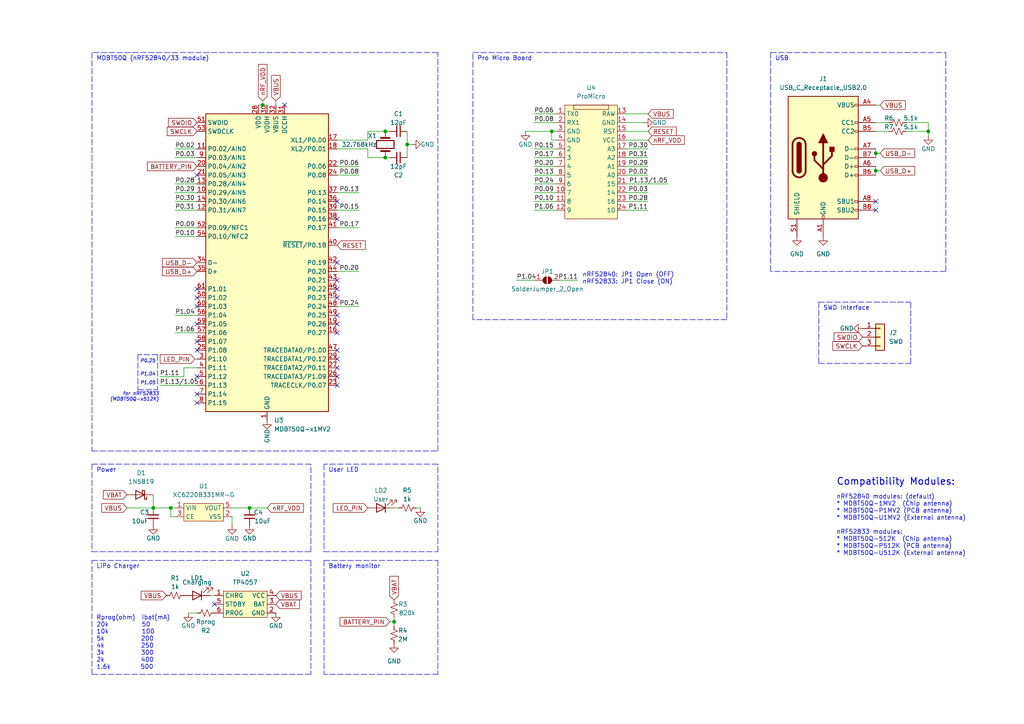
<source format=kicad_sch>
(kicad_sch (version 20211123) (generator eeschema)
  (paper "A4")
  (title_block (title "MDBTMicro-50Q") (date "2022-09-15") (rev "1.1") (comment 1 "For Raytac MDBT50Q (Nordic nRF52840/33 module)") (comment 2 "MIT License (OSHW)"))
  (lib_symbols
    (symbol "Connector:USB_C_Receptacle_USB2.0" (pin_names (offset 1.016))
      (property "Reference" "J" (at -10.16 19.05 0))
      (property "Value" "USB_C_Receptacle_USB2.0" (at 19.05 19.05 0))
      (symbol "USB_C_Receptacle_USB2.0_0_0"
        (rectangle (start -0.254 -17.78) (end 0.254 -16.764))
        (rectangle (start 10.16 -14.986) (end 9.144 -15.494))
        (rectangle (start 10.16 -12.446) (end 9.144 -12.954))
        (rectangle (start 10.16 -4.826) (end 9.144 -5.334))
        (rectangle (start 10.16 -2.286) (end 9.144 -2.794))
        (rectangle (start 10.16 0.254) (end 9.144 -0.254))
        (rectangle (start 10.16 2.794) (end 9.144 2.286))
        (rectangle (start 10.16 7.874) (end 9.144 7.366))
        (rectangle (start 10.16 10.414) (end 9.144 9.906))
        (rectangle (start 10.16 15.494) (end 9.144 14.986))
      )
      (symbol "USB_C_Receptacle_USB2.0_0_1"
        (rectangle (start -10.16 17.78) (end 10.16 -17.78) (stroke (width 0.254)) (fill (type background)))
        (arc (start -8.89 -3.81) (mid -6.985 -5.715) (end -5.08 -3.81) (stroke (width 0.508)))
        (arc (start -7.62 -3.81) (mid -6.985 -4.445) (end -6.35 -3.81) (stroke (width 0.254)))
        (arc (start -7.62 -3.81) (mid -6.985 -4.445) (end -6.35 -3.81) (stroke (width 0.254)) (fill (type outline)))
        (rectangle (start -7.62 -3.81) (end -6.35 3.81) (stroke (width 0.254)) (fill (type outline)))
        (arc (start -6.35 3.81) (mid -6.985 4.445) (end -7.62 3.81) (stroke (width 0.254)))
        (arc (start -6.35 3.81) (mid -6.985 4.445) (end -7.62 3.81) (stroke (width 0.254)) (fill (type outline)))
        (arc (start -5.08 3.81) (mid -6.985 5.715) (end -8.89 3.81) (stroke (width 0.508)))
        (circle (center -2.54 1.143) (radius 0.635) (stroke (width 0.254)) (fill (type outline)))
        (circle (center 0 -5.842) (radius 1.27) (fill (type outline)))
        (polyline (pts (xy -8.89 -3.81) (xy -8.89 3.81)) (stroke (width 0.508)))
        (polyline (pts (xy -5.08 3.81) (xy -5.08 -3.81)) (stroke (width 0.508)))
        (polyline (pts (xy 0 -5.842) (xy 0 4.318)) (stroke (width 0.508)))
        (polyline (pts (xy 0 -3.302) (xy -2.54 -0.762) (xy -2.54 0.508)) (stroke (width 0.508)))
        (polyline (pts (xy 0 -2.032) (xy 2.54 0.508) (xy 2.54 1.778)) (stroke (width 0.508)))
        (polyline (pts (xy -1.27 4.318) (xy 0 6.858) (xy 1.27 4.318) (xy -1.27 4.318)) (stroke (width 0.254)) (fill (type outline)))
        (rectangle (start 1.905 1.778) (end 3.175 3.048) (stroke (width 0.254)) (fill (type outline)))
      )
      (symbol "USB_C_Receptacle_USB2.0_1_1"
        (pin passive line (at 0 -22.86 90) (length 5.08) (name "GND") (number "A1"))
        (pin passive line (at 0 -22.86 90) (length 5.08) hide (name "GND") (number "A12"))
        (pin passive line (at 15.24 15.24 180) (length 5.08) (name "VBUS") (number "A4"))
        (pin bidirectional line (at 15.24 10.16 180) (length 5.08) (name "CC1") (number "A5"))
        (pin bidirectional line (at 15.24 -2.54 180) (length 5.08) (name "D+") (number "A6"))
        (pin bidirectional line (at 15.24 2.54 180) (length 5.08) (name "D-") (number "A7"))
        (pin bidirectional line (at 15.24 -12.7 180) (length 5.08) (name "SBU1") (number "A8"))
        (pin passive line (at 15.24 15.24 180) (length 5.08) hide (name "VBUS") (number "A9"))
        (pin passive line (at 0 -22.86 90) (length 5.08) hide (name "GND") (number "B1"))
        (pin passive line (at 0 -22.86 90) (length 5.08) hide (name "GND") (number "B12"))
        (pin passive line (at 15.24 15.24 180) (length 5.08) hide (name "VBUS") (number "B4"))
        (pin bidirectional line (at 15.24 7.62 180) (length 5.08) (name "CC2") (number "B5"))
        (pin bidirectional line (at 15.24 -5.08 180) (length 5.08) (name "D+") (number "B6"))
        (pin bidirectional line (at 15.24 0 180) (length 5.08) (name "D-") (number "B7"))
        (pin bidirectional line (at 15.24 -15.24 180) (length 5.08) (name "SBU2") (number "B8"))
        (pin passive line (at 15.24 15.24 180) (length 5.08) hide (name "VBUS") (number "B9"))
        (pin passive line (at -7.62 -22.86 90) (length 5.08) (name "SHIELD") (number "S1"))
      )
    )
    (symbol "Connector_Generic:Conn_01x03" (pin_names (offset 1.016) hide)
      (property "Reference" "J" (at 0 5.08 0))
      (property "Value" "Conn_01x03" (at 0 -5.08 0))
      (symbol "Conn_01x03_1_1"
        (rectangle (start -1.27 -2.413) (end 0 -2.667) (stroke (width 0.1524)))
        (rectangle (start -1.27 0.127) (end 0 -0.127) (stroke (width 0.1524)))
        (rectangle (start -1.27 2.667) (end 0 2.413) (stroke (width 0.1524)))
        (rectangle (start -1.27 3.81) (end 1.27 -3.81) (stroke (width 0.254)) (fill (type background)))
        (pin passive line (at -5.08 2.54 0) (length 3.81) (name "Pin_1") (number "1"))
        (pin passive line (at -5.08 0 0) (length 3.81) (name "Pin_2") (number "2"))
        (pin passive line (at -5.08 -2.54 0) (length 3.81) (name "Pin_3") (number "3"))
      )
    )
    (symbol "Device:C_Small" (pin_numbers hide) (pin_names (offset 0.254) hide)
      (property "Reference" "C" (at 0.254 1.778 0))
      (property "Value" "C_Small" (at 0.254 -2.032 0))
      (symbol "C_Small_0_1"
        (polyline (pts (xy -1.524 -0.508) (xy 1.524 -0.508)) (stroke (width 0.3302)))
        (polyline (pts (xy -1.524 0.508) (xy 1.524 0.508)) (stroke (width 0.3048)))
      )
      (symbol "C_Small_1_1"
        (pin passive line (at 0 2.54 270) (length 2.032) (name "~") (number "1"))
        (pin passive line (at 0 -2.54 90) (length 2.032) (name "~") (number "2"))
      )
    )
    (symbol "Device:Crystal" (pin_numbers hide) (pin_names (offset 1.016) hide)
      (property "Reference" "Y" (at 0 3.81 0))
      (property "Value" "Crystal" (at 0 -3.81 0))
      (symbol "Crystal_0_1"
        (rectangle (start -1.143 2.54) (end 1.143 -2.54) (stroke (width 0.3048)))
        (polyline (pts (xy -2.54 0) (xy -1.905 0)))
        (polyline (pts (xy -1.905 -1.27) (xy -1.905 1.27)) (stroke (width 0.508)))
        (polyline (pts (xy 1.905 -1.27) (xy 1.905 1.27)) (stroke (width 0.508)))
        (polyline (pts (xy 2.54 0) (xy 1.905 0)))
      )
      (symbol "Crystal_1_1"
        (pin passive line (at -3.81 0 0) (length 1.27) (name "1") (number "1"))
        (pin passive line (at 3.81 0 180) (length 1.27) (name "2") (number "2"))
      )
    )
    (symbol "Device:LED" (pin_numbers hide) (pin_names (offset 1.016) hide)
      (property "Reference" "D" (at 0 2.54 0))
      (property "Value" "LED" (at 0 -2.54 0))
      (symbol "LED_0_1"
        (polyline (pts (xy -1.27 -1.27) (xy -1.27 1.27)) (stroke (width 0.254)))
        (polyline (pts (xy -1.27 0) (xy 1.27 0)))
        (polyline (pts (xy 1.27 -1.27) (xy 1.27 1.27) (xy -1.27 0) (xy 1.27 -1.27)) (stroke (width 0.254)))
        (polyline (pts (xy -3.048 -0.762) (xy -4.572 -2.286) (xy -3.81 -2.286) (xy -4.572 -2.286) (xy -4.572 -1.524)))
        (polyline (pts (xy -1.778 -0.762) (xy -3.302 -2.286) (xy -2.54 -2.286) (xy -3.302 -2.286) (xy -3.302 -1.524)))
      )
      (symbol "LED_1_1"
        (pin passive line (at -3.81 0 0) (length 2.54) (name "K") (number "1"))
        (pin passive line (at 3.81 0 180) (length 2.54) (name "A") (number "2"))
      )
    )
    (symbol "Device:R_Small_US" (pin_numbers hide) (pin_names (offset 0.254) hide)
      (property "Reference" "R" (at 0.762 0.508 0))
      (property "Value" "R_Small_US" (at 0.762 -1.016 0))
      (symbol "R_Small_US_1_1"
        (polyline (pts (xy 0 0) (xy 1.016 -0.381) (xy 0 -0.762) (xy -1.016 -1.143) (xy 0 -1.524)))
        (polyline (pts (xy 0 1.524) (xy 1.016 1.143) (xy 0 0.762) (xy -1.016 0.381) (xy 0 0)))
        (pin passive line (at 0 2.54 270) (length 1.016) (name "~") (number "1"))
        (pin passive line (at 0 -2.54 90) (length 1.016) (name "~") (number "2"))
      )
    )
    (symbol "Diode:1N5819" (pin_numbers hide) (pin_names (offset 1.016) hide)
      (property "Reference" "D" (at 0 2.54 0))
      (property "Value" "1N5819" (at 0 -2.54 0))
      (symbol "1N5819_0_1"
        (polyline (pts (xy 1.27 0) (xy -1.27 0)))
        (polyline (pts (xy 1.27 1.27) (xy 1.27 -1.27) (xy -1.27 0) (xy 1.27 1.27)) (stroke (width 0.254)))
        (polyline (pts (xy -1.905 0.635) (xy -1.905 1.27) (xy -1.27 1.27) (xy -1.27 -1.27) (xy -0.635 -1.27) (xy -0.635 -0.635)) (stroke (width 0.254)))
      )
      (symbol "1N5819_1_1"
        (pin passive line (at -3.81 0 0) (length 2.54) (name "K") (number "1"))
        (pin passive line (at 3.81 0 180) (length 2.54) (name "A") (number "2"))
      )
    )
    (symbol "Jumper:SolderJumper_2_Open" (pin_names (offset 0) hide)
      (property "Reference" "JP" (at 0 2.032 0))
      (property "Value" "SolderJumper_2_Open" (at 0 -2.54 0))
      (symbol "SolderJumper_2_Open_0_1"
        (arc (start -0.254 1.016) (mid -1.27 0) (end -0.254 -1.016))
        (arc (start -0.254 1.016) (mid -1.27 0) (end -0.254 -1.016) (fill (type outline)))
        (polyline (pts (xy -0.254 1.016) (xy -0.254 -1.016)))
        (polyline (pts (xy 0.254 1.016) (xy 0.254 -1.016)))
        (arc (start 0.254 -1.016) (mid 1.27 0) (end 0.254 1.016))
        (arc (start 0.254 -1.016) (mid 1.27 0) (end 0.254 1.016) (fill (type outline)))
      )
      (symbol "SolderJumper_2_Open_1_1"
        (pin passive line (at -3.81 0 0) (length 2.54) (name "A") (number "1"))
        (pin passive line (at 3.81 0 180) (length 2.54) (name "B") (number "2"))
      )
    )
    (symbol "MDBTMicro_library:ProMicro"
      (property "Reference" "U" (at 0 -20.32 0))
      (property "Value" "ProMicro" (at 0 -17.78 0))
      (symbol "ProMicro_0_1"
        (rectangle (start -7.62 16.51) (end 7.62 -16.51) (fill (type background)))
        (rectangle (start -5.08 16.51) (end 5.08 15.24))
      )
      (symbol "ProMicro_1_1"
        (pin input line (at -10.16 13.97 0) (length 2.54) (name "TX0") (number "1"))
        (pin input line (at -10.16 -8.89 0) (length 2.54) (name "7") (number "10"))
        (pin input line (at -10.16 -11.43 0) (length 2.54) (name "8") (number "11"))
        (pin input line (at -10.16 -13.97 0) (length 2.54) (name "9") (number "12"))
        (pin input line (at 10.16 13.97 180) (length 2.54) (name "RAW") (number "13"))
        (pin input line (at 10.16 11.43 180) (length 2.54) (name "GND") (number "14"))
        (pin input line (at 10.16 8.89 180) (length 2.54) (name "RST") (number "15"))
        (pin input line (at 10.16 6.35 180) (length 2.54) (name "VCC") (number "16"))
        (pin input line (at 10.16 3.81 180) (length 2.54) (name "A3") (number "17"))
        (pin input line (at 10.16 1.27 180) (length 2.54) (name "A2") (number "18"))
        (pin input line (at 10.16 -1.27 180) (length 2.54) (name "A1") (number "19"))
        (pin input line (at -10.16 11.43 0) (length 2.54) (name "RX1") (number "2"))
        (pin input line (at 10.16 -3.81 180) (length 2.54) (name "A0") (number "20"))
        (pin input line (at 10.16 -6.35 180) (length 2.54) (name "15") (number "21"))
        (pin input line (at 10.16 -8.89 180) (length 2.54) (name "14") (number "22"))
        (pin input line (at 10.16 -11.43 180) (length 2.54) (name "16") (number "23"))
        (pin input line (at 10.16 -13.97 180) (length 2.54) (name "10") (number "24"))
        (pin input line (at -10.16 8.89 0) (length 2.54) (name "GND") (number "3"))
        (pin input line (at -10.16 6.35 0) (length 2.54) (name "GND") (number "4"))
        (pin input line (at -10.16 3.81 0) (length 2.54) (name "2") (number "5"))
        (pin input line (at -10.16 1.27 0) (length 2.54) (name "3") (number "6"))
        (pin input line (at -10.16 -1.27 0) (length 2.54) (name "4") (number "7"))
        (pin input line (at -10.16 -3.81 0) (length 2.54) (name "5") (number "8"))
        (pin input line (at -10.16 -6.35 0) (length 2.54) (name "6") (number "9"))
      )
    )
    (symbol "MDBTMicro_library:TP4057"
      (property "Reference" "U4" (at 0 8.89 0))
      (property "Value" "TP4057" (at 0 6.35 0))
      (symbol "TP4057_0_1"
        (rectangle (start -6.35 3.81) (end 6.35 -3.81) (fill (type background)))
      )
      (symbol "TP4057_1_1"
        (pin input line (at -8.89 2.54 0) (length 2.54) (name "CHRG") (number "1"))
        (pin input line (at 8.89 -2.54 180) (length 2.54) (name "GND") (number "2"))
        (pin input line (at 8.89 0 180) (length 2.54) (name "BAT") (number "3"))
        (pin input line (at 8.89 2.54 180) (length 2.54) (name "VCC") (number "4"))
        (pin input line (at -8.89 0 0) (length 2.54) (name "STDBY") (number "5"))
        (pin input line (at -8.89 -2.54 0) (length 2.54) (name "PROG") (number "6"))
      )
    )
    (symbol "MDBTMicro_library:XC6220B331MR-G"
      (property "Reference" "U" (at 0 -5.08 0))
      (property "Value" "XC6220B331MR-G" (at 0 -2.54 0))
      (symbol "XC6220B331MR-G_0_1"
        (rectangle (start -5.08 5.08) (end 6.35 0) (fill (type background)))
      )
      (symbol "XC6220B331MR-G_1_1"
        (pin input line (at -7.62 3.81 0) (length 2.54) (name "VIN") (number "1"))
        (pin input line (at 8.89 1.27 180) (length 2.54) (name "VSS") (number "2"))
        (pin input line (at -7.62 1.27 0) (length 2.54) (name "CE") (number "3"))
        (pin input line (at 8.89 3.81 180) (length 2.54) (name "VOUT") (number "5"))
      )
    )
    (symbol "RF_Module:MDBT50Q-1MV2"
      (property "Reference" "U" (at 0 0 0))
      (property "Value" "MDBT50Q-1MV2" (at 0 -2.54 0))
      (symbol "MDBT50Q-1MV2_0_1"
        (rectangle (start -17.78 43.18) (end 17.78 -43.18) (stroke (width 0.254)) (fill (type background)))
      )
      (symbol "MDBT50Q-1MV2_1_1"
        (pin power_in line (at 0 -45.72 90) (length 2.54) (name "GND") (number "1"))
        (pin bidirectional line (at -20.32 20.32 0) (length 2.54) (name "P0.29/AIN5") (number "10"))
        (pin bidirectional line (at -20.32 33.02 0) (length 2.54) (name "P0.02/AIN0") (number "11"))
        (pin bidirectional line (at -20.32 15.24 0) (length 2.54) (name "P0.31/AIN7") (number "12"))
        (pin bidirectional line (at -20.32 22.86 0) (length 2.54) (name "P0.28/AIN4") (number "13"))
        (pin bidirectional line (at -20.32 17.78 0) (length 2.54) (name "P0.30/AIN6") (number "14"))
        (pin passive line (at 0 -45.72 90) (length 2.54) hide (name "GND") (number "15"))
        (pin bidirectional line (at 20.32 -20.32 180) (length 2.54) (name "P0.27") (number "16"))
        (pin bidirectional line (at 20.32 35.56 180) (length 2.54) (name "XL1/P0.00") (number "17"))
        (pin bidirectional line (at 20.32 33.02 180) (length 2.54) (name "XL2/P0.01") (number "18"))
        (pin bidirectional line (at 20.32 -17.78 180) (length 2.54) (name "P0.26") (number "19"))
        (pin passive line (at 0 -45.72 90) (length 2.54) hide (name "GND") (number "2"))
        (pin bidirectional line (at -20.32 27.94 0) (length 2.54) (name "P0.04/AIN2") (number "20"))
        (pin bidirectional line (at -20.32 25.4 0) (length 2.54) (name "P0.05/AIN3") (number "21"))
        (pin bidirectional line (at 20.32 27.94 180) (length 2.54) (name "P0.06") (number "22"))
        (pin bidirectional line (at 20.32 -35.56 180) (length 2.54) (name "TRACECLK/P0.07") (number "23"))
        (pin bidirectional line (at 20.32 25.4 180) (length 2.54) (name "P0.08") (number "24"))
        (pin bidirectional line (at -20.32 -25.4 0) (length 2.54) (name "P1.08") (number "25"))
        (pin bidirectional line (at 20.32 -33.02 180) (length 2.54) (name "TRACEDATA3/P1.09") (number "26"))
        (pin bidirectional line (at 20.32 -30.48 180) (length 2.54) (name "TRACEDATA2/P0.11") (number "27"))
        (pin power_in line (at -2.54 45.72 270) (length 2.54) (name "VDD") (number "28"))
        (pin bidirectional line (at 20.32 -27.94 180) (length 2.54) (name "TRACEDATA1/P0.12") (number "29"))
        (pin bidirectional line (at -20.32 -27.94 0) (length 2.54) (name "P1.10") (number "3"))
        (pin power_in line (at 0 45.72 270) (length 2.54) (name "VDDH") (number "30"))
        (pin power_out line (at 5.08 45.72 270) (length 2.54) (name "DCCH") (number "31"))
        (pin power_in line (at 2.54 45.72 270) (length 2.54) (name "VBUS") (number "32"))
        (pin passive line (at 0 -45.72 90) (length 2.54) hide (name "GND") (number "33"))
        (pin bidirectional line (at -20.32 0 0) (length 2.54) (name "D-") (number "34"))
        (pin bidirectional line (at -20.32 -2.54 0) (length 2.54) (name "D+") (number "35"))
        (pin bidirectional line (at 20.32 17.78 180) (length 2.54) (name "P0.14") (number "36"))
        (pin bidirectional line (at 20.32 20.32 180) (length 2.54) (name "P0.13") (number "37"))
        (pin bidirectional line (at 20.32 12.7 180) (length 2.54) (name "P0.16") (number "38"))
        (pin bidirectional line (at 20.32 15.24 180) (length 2.54) (name "P0.15") (number "39"))
        (pin bidirectional line (at -20.32 -30.48 0) (length 2.54) (name "P1.11") (number "4"))
        (pin bidirectional line (at 20.32 5.08 180) (length 2.54) (name "~{RESET}/P0.18") (number "40"))
        (pin bidirectional line (at 20.32 10.16 180) (length 2.54) (name "P0.17") (number "41"))
        (pin bidirectional line (at 20.32 0 180) (length 2.54) (name "P0.19") (number "42"))
        (pin bidirectional line (at 20.32 -5.08 180) (length 2.54) (name "P0.21") (number "43"))
        (pin bidirectional line (at 20.32 -2.54 180) (length 2.54) (name "P0.20") (number "44"))
        (pin bidirectional line (at 20.32 -10.16 180) (length 2.54) (name "P0.23") (number "45"))
        (pin bidirectional line (at 20.32 -7.62 180) (length 2.54) (name "P0.22") (number "46"))
        (pin bidirectional line (at 20.32 -25.4 180) (length 2.54) (name "TRACEDATA0/P1.00") (number "47"))
        (pin bidirectional line (at 20.32 -12.7 180) (length 2.54) (name "P0.24") (number "48"))
        (pin bidirectional line (at 20.32 -15.24 180) (length 2.54) (name "P0.25") (number "49"))
        (pin bidirectional line (at -20.32 -33.02 0) (length 2.54) (name "P1.12") (number "5"))
        (pin bidirectional line (at -20.32 -10.16 0) (length 2.54) (name "P1.02") (number "50"))
        (pin bidirectional line (at -20.32 40.64 0) (length 2.54) (name "SWDIO") (number "51"))
        (pin bidirectional line (at -20.32 10.16 0) (length 2.54) (name "P0.09/NFC1") (number "52"))
        (pin input line (at -20.32 38.1 0) (length 2.54) (name "SWDCLK") (number "53"))
        (pin bidirectional line (at -20.32 7.62 0) (length 2.54) (name "P0.10/NFC2") (number "54"))
        (pin passive line (at 0 -45.72 90) (length 2.54) hide (name "GND") (number "55"))
        (pin bidirectional line (at -20.32 -15.24 0) (length 2.54) (name "P1.04") (number "56"))
        (pin bidirectional line (at -20.32 -20.32 0) (length 2.54) (name "P1.06") (number "57"))
        (pin bidirectional line (at -20.32 -22.86 0) (length 2.54) (name "P1.07") (number "58"))
        (pin bidirectional line (at -20.32 -17.78 0) (length 2.54) (name "P1.05") (number "59"))
        (pin bidirectional line (at -20.32 -35.56 0) (length 2.54) (name "P1.13") (number "6"))
        (pin bidirectional line (at -20.32 -12.7 0) (length 2.54) (name "P1.03") (number "60"))
        (pin bidirectional line (at -20.32 -7.62 0) (length 2.54) (name "P1.01") (number "61"))
        (pin bidirectional line (at -20.32 -38.1 0) (length 2.54) (name "P1.14") (number "7"))
        (pin bidirectional line (at -20.32 -40.64 0) (length 2.54) (name "P1.15") (number "8"))
        (pin bidirectional line (at -20.32 30.48 0) (length 2.54) (name "P0.03/AIN1") (number "9"))
      )
    )
    (symbol "power:GND" (power) (pin_names (offset 0))
      (property "Value" "GND" (at 0 -3.81 0))
      (symbol "GND_0_1"
        (polyline (pts (xy 0 0) (xy 0 -1.27) (xy 1.27 -1.27) (xy 0 -2.54) (xy -1.27 -1.27) (xy 0 -1.27)))
      )
      (symbol "GND_1_1"
        (pin power_in line (at 0 0 270) (length 0) hide (name "GND") (number "1"))
      )
    )
  )
  (junction (at 254 44.45))
  (junction (at 254 49.53))
  (junction (at 49.53 147.32))
  (junction (at 160.02 38.1))
  (junction (at 269.24 38.1))
  (junction (at 114.3 180.34))
  (junction (at 72.39 147.32))
  (junction (at 111.76 45.72))
  (junction (at 118.11 41.91))
  (junction (at 44.45 147.32))
  (junction (at 76.2 30.48))
  (junction (at 111.76 38.1))
  (no_connect (at 97.79 58.42))
  (no_connect (at 57.15 50.8))
  (no_connect (at 97.79 63.5))
  (no_connect (at 97.79 111.76))
  (no_connect (at 57.15 116.84))
  (no_connect (at 57.15 114.3))
  (no_connect (at 57.15 93.98))
  (no_connect (at 57.15 99.06))
  (no_connect (at 57.15 101.6))
  (no_connect (at 57.15 109.22))
  (no_connect (at 57.15 86.36))
  (no_connect (at 57.15 88.9))
  (no_connect (at 57.15 83.82))
  (no_connect (at 97.79 93.98))
  (no_connect (at 97.79 81.28))
  (no_connect (at 97.79 83.82))
  (no_connect (at 97.79 91.44))
  (no_connect (at 97.79 86.36))
  (no_connect (at 97.79 76.2))
  (no_connect (at 97.79 109.22))
  (no_connect (at 97.79 104.14))
  (no_connect (at 97.79 101.6))
  (no_connect (at 97.79 96.52))
  (no_connect (at 97.79 106.68))
  (no_connect (at 254 58.42))
  (no_connect (at 254 60.96))
  (no_connect (at 62.23 175.26))
  (no_connect (at 82.55 30.48))
  (polyline (pts (xy 40.005 102.87) (xy 40.005 113.03)))
  (wire (pts (xy 187.96 50.8) (xy 181.61 50.8)))
  (polyline (pts (xy 40.005 113.03) (xy 45.72 113.03)))
  (polyline (pts (xy 90.17 134.62) (xy 26.67 134.62)))
  (wire (pts (xy 154.94 53.34) (xy 161.29 53.34)))
  (wire (pts (xy 106.68 38.1) (xy 111.76 38.1)))
  (wire (pts (xy 76.2 29.21) (xy 76.2 30.48)))
  (polyline (pts (xy 93.98 162.56) (xy 127 162.56)))
  (wire (pts (xy 255.27 30.48) (xy 254 30.48)))
  (wire (pts (xy 46.355 111.76) (xy 57.15 111.76)))
  (polyline (pts (xy 274.32 15.24) (xy 274.32 78.74)))
  (wire (pts (xy 154.94 50.8) (xy 161.29 50.8)))
  (wire (pts (xy 115.57 147.32) (xy 114.3 147.32)))
  (wire (pts (xy 111.76 45.72) (xy 113.03 45.72)))
  (wire (pts (xy 187.96 43.18) (xy 181.61 43.18)))
  (wire (pts (xy 46.355 109.22) (xy 53.34 109.22)))
  (wire (pts (xy 50.8 53.34) (xy 57.15 53.34)))
  (wire (pts (xy 149.86 81.28) (xy 154.94 81.28)))
  (wire (pts (xy 154.94 33.02) (xy 161.29 33.02)))
  (wire (pts (xy 254 44.45) (xy 255.27 44.45)))
  (polyline (pts (xy 127 15.24) (xy 26.67 15.24)))
  (wire (pts (xy 269.24 38.1) (xy 269.24 35.56)))
  (wire (pts (xy 254 43.18) (xy 254 44.45)))
  (polyline (pts (xy 223.52 15.24) (xy 274.32 15.24)))
  (wire (pts (xy 80.01 29.21) (xy 80.01 30.48)))
  (polyline (pts (xy 237.49 105.41) (xy 264.16 105.41)))
  (wire (pts (xy 257.81 35.56) (xy 254 35.56)))
  (wire (pts (xy 154.94 60.96) (xy 161.29 60.96)))
  (wire (pts (xy 106.68 45.72) (xy 111.76 45.72)))
  (wire (pts (xy 53.34 109.22) (xy 53.34 106.68)))
  (polyline (pts (xy 90.17 162.56) (xy 90.17 195.58)))
  (polyline (pts (xy 264.16 105.41) (xy 264.16 87.63)))
  (wire (pts (xy 104.14 78.74) (xy 97.79 78.74)))
  (wire (pts (xy 76.2 30.48) (xy 77.47 30.48)))
  (wire (pts (xy 104.14 60.96) (xy 97.79 60.96)))
  (wire (pts (xy 154.94 58.42) (xy 161.29 58.42)))
  (polyline (pts (xy 237.49 87.63) (xy 264.16 87.63)))
  (polyline (pts (xy 137.16 92.71) (xy 137.16 15.24)))
  (wire (pts (xy 187.96 38.1) (xy 181.61 38.1)))
  (wire (pts (xy 67.31 152.4) (xy 67.31 149.86)))
  (wire (pts (xy 50.8 60.96) (xy 57.15 60.96)))
  (polyline (pts (xy 93.98 162.56) (xy 93.98 195.58)))
  (wire (pts (xy 187.96 33.02) (xy 181.61 33.02)))
  (wire (pts (xy 118.11 41.91) (xy 118.11 38.1)))
  (wire (pts (xy 160.02 40.64) (xy 161.29 40.64)))
  (wire (pts (xy 193.675 53.34) (xy 181.61 53.34)))
  (wire (pts (xy 104.14 48.26) (xy 97.79 48.26)))
  (polyline (pts (xy 223.52 15.24) (xy 223.52 78.74)))
  (wire (pts (xy 119.38 41.91) (xy 118.11 41.91)))
  (wire (pts (xy 187.96 45.72) (xy 181.61 45.72)))
  (wire (pts (xy 114.3 180.34) (xy 114.3 181.61)))
  (wire (pts (xy 67.31 147.32) (xy 72.39 147.32)))
  (polyline (pts (xy 137.16 15.24) (xy 210.82 15.24)))
  (wire (pts (xy 262.89 38.1) (xy 269.24 38.1)))
  (wire (pts (xy 50.8 43.18) (xy 57.15 43.18)))
  (wire (pts (xy 187.96 60.96) (xy 181.61 60.96)))
  (wire (pts (xy 50.8 68.58) (xy 57.15 68.58)))
  (polyline (pts (xy 26.67 15.24) (xy 26.67 130.81)))
  (polyline (pts (xy 210.82 15.24) (xy 210.82 92.71)))
  (wire (pts (xy 104.14 66.04) (xy 97.79 66.04)))
  (wire (pts (xy 254 48.26) (xy 254 49.53)))
  (wire (pts (xy 72.39 147.32) (xy 77.47 147.32)))
  (wire (pts (xy 113.03 180.34) (xy 114.3 180.34)))
  (polyline (pts (xy 45.72 102.87) (xy 45.72 113.03)))
  (polyline (pts (xy 26.67 130.81) (xy 127 130.81)))
  (wire (pts (xy 97.79 43.18) (xy 106.68 43.18)))
  (polyline (pts (xy 210.82 92.71) (xy 137.16 92.71)))
  (wire (pts (xy 111.76 38.1) (xy 113.03 38.1)))
  (polyline (pts (xy 127 134.62) (xy 93.98 134.62)))
  (wire (pts (xy 60.96 172.72) (xy 62.23 172.72)))
  (wire (pts (xy 49.53 147.32) (xy 49.53 149.86)))
  (wire (pts (xy 187.96 55.88) (xy 181.61 55.88)))
  (wire (pts (xy 56.515 104.14) (xy 57.15 104.14)))
  (polyline (pts (xy 237.49 87.63) (xy 237.49 105.41)))
  (polyline (pts (xy 127 130.81) (xy 127 15.24)))
  (polyline (pts (xy 127 195.58) (xy 93.98 195.58)))
  (wire (pts (xy 104.14 88.9) (xy 97.79 88.9)))
  (wire (pts (xy 50.8 55.88) (xy 57.15 55.88)))
  (wire (pts (xy 152.4 38.1) (xy 160.02 38.1)))
  (wire (pts (xy 154.94 35.56) (xy 161.29 35.56)))
  (wire (pts (xy 167.64 81.28) (xy 162.56 81.28)))
  (polyline (pts (xy 45.72 102.87) (xy 40.005 102.87)))
  (polyline (pts (xy 93.98 134.62) (xy 93.98 160.02)))
  (wire (pts (xy 160.02 38.1) (xy 160.02 40.64)))
  (wire (pts (xy 97.79 40.64) (xy 106.68 40.64)))
  (wire (pts (xy 154.94 55.88) (xy 161.29 55.88)))
  (polyline (pts (xy 90.17 195.58) (xy 26.67 195.58)))
  (polyline (pts (xy 26.67 160.02) (xy 90.17 160.02)))
  (wire (pts (xy 187.96 48.26) (xy 181.61 48.26)))
  (wire (pts (xy 44.45 143.51) (xy 44.45 147.32)))
  (wire (pts (xy 254 44.45) (xy 254 45.72)))
  (wire (pts (xy 36.83 147.32) (xy 44.45 147.32)))
  (wire (pts (xy 154.94 48.26) (xy 161.29 48.26)))
  (wire (pts (xy 50.8 91.44) (xy 57.15 91.44)))
  (polyline (pts (xy 127 160.02) (xy 127 134.62)))
  (wire (pts (xy 154.94 45.72) (xy 161.29 45.72)))
  (wire (pts (xy 106.68 43.18) (xy 106.68 45.72)))
  (wire (pts (xy 50.8 58.42) (xy 57.15 58.42)))
  (wire (pts (xy 104.14 55.88) (xy 97.79 55.88)))
  (wire (pts (xy 154.94 43.18) (xy 161.29 43.18)))
  (wire (pts (xy 186.69 35.56) (xy 181.61 35.56)))
  (wire (pts (xy 269.24 39.37) (xy 269.24 38.1)))
  (wire (pts (xy 44.45 147.32) (xy 49.53 147.32)))
  (wire (pts (xy 104.14 50.8) (xy 97.79 50.8)))
  (polyline (pts (xy 90.17 160.02) (xy 90.17 134.62)))
  (wire (pts (xy 254 50.8) (xy 254 49.53)))
  (polyline (pts (xy 26.67 134.62) (xy 26.67 160.02)))
  (wire (pts (xy 74.93 30.48) (xy 76.2 30.48)))
  (wire (pts (xy 106.68 40.64) (xy 106.68 38.1)))
  (polyline (pts (xy 26.67 195.58) (xy 26.67 162.56)))
  (polyline (pts (xy 274.32 78.74) (xy 223.52 78.74)))
  (polyline (pts (xy 26.67 162.56) (xy 90.17 162.56)))
  (wire (pts (xy 160.02 38.1) (xy 161.29 38.1)))
  (wire (pts (xy 49.53 149.86) (xy 50.8 149.86)))
  (wire (pts (xy 114.3 179.07) (xy 114.3 180.34)))
  (wire (pts (xy 262.89 35.56) (xy 269.24 35.56)))
  (wire (pts (xy 50.8 45.72) (xy 57.15 45.72)))
  (wire (pts (xy 53.34 106.68) (xy 57.15 106.68)))
  (polyline (pts (xy 127 162.56) (xy 127 195.58)))
  (wire (pts (xy 254 49.53) (xy 255.27 49.53)))
  (wire (pts (xy 50.8 66.04) (xy 57.15 66.04)))
  (wire (pts (xy 187.96 40.64) (xy 181.61 40.64)))
  (wire (pts (xy 118.11 45.72) (xy 118.11 41.91)))
  (wire (pts (xy 57.15 177.8) (xy 54.61 177.8)))
  (wire (pts (xy 121.92 147.32) (xy 120.65 147.32)))
  (wire (pts (xy 50.8 96.52) (xy 57.15 96.52)))
  (polyline (pts (xy 93.98 160.02) (xy 127 160.02)))
  (wire (pts (xy 49.53 147.32) (xy 50.8 147.32)))
  (wire (pts (xy 257.81 38.1) (xy 254 38.1)))
  (wire (pts (xy 187.96 58.42) (xy 181.61 58.42)))
  (text "Pro Micro Board" (at 138.43 17.78 0) (effects (font (size 1.27 1.27)) (justify left bottom)))
  (text "nRF52840 modules: (default)\n* MDBT50Q-1MV2  (Chip antenna)\n* MDBT50Q-P1MV2 (PCB antenna)\n* MDBT50Q-U1MV2 (External antenna)\n\nnRF52833 modules:\n* MDBT50Q-512K  (Chip antenna)\n* MDBT50Q-P512K (PCB antenna)\n* MDBT50Q-U512K (External antenna)\n" (at 242.57 161.29 0) (effects (font (size 1.27 1.27)) (justify left bottom)))
  (text "LiPo Charger" (at 27.94 165.1 0) (effects (font (size 1.27 1.27)) (justify left bottom)))
  (text "Compatibility Modules:" (at 242.57 140.97 0) (effects (font (size 2 2) (thickness 0.254) bold) (justify left bottom)))
  (text "SWD Interface" (at 238.76 90.17 0) (effects (font (size 1.27 1.27)) (justify left bottom)))
  (text "P1.05" (at 40.64 111.76 0) (effects (font (size 1 1) italic) (justify left bottom)))
  (text "Battery monitor" (at 95.25 165.1 0) (effects (font (size 1.27 1.27)) (justify left bottom)))
  (text "Power" (at 27.94 137.16 0) (effects (font (size 1.27 1.27)) (justify left bottom)))
  (text "Rprog(ohm)  Ibat(mA)\n20k          50\n10k          100\n5k           200\n4k           250\n3k           300\n2k           400\n1.6k         500" (at 27.94 194.31 0) (effects (font (size 1.27 1.27)) (justify left bottom)))
  (text "P1.04" (at 40.64 109.22 0) (effects (font (size 1 1) italic) (justify left bottom)))
  (text "for nRF52833\n(MDBT50Q-x512K)" (at 46.1701 116.5229 180) (effects (font (size 1 1) italic) (justify right bottom)))
  (text "MDBT50Q (nRF52840/33 module)" (at 27.94 17.78 0) (effects (font (size 1.27 1.27)) (justify left bottom)))
  (text "USB" (at 224.79 17.78 0) (effects (font (size 1.27 1.27)) (justify left bottom)))
  (text "P0.25" (at 40.64 105.41 0) (effects (font (size 1 1) italic) (justify left bottom)))
  (text "User LED" (at 95.25 137.16 0) (effects (font (size 1.27 1.27)) (justify left bottom)))
  (text "nRF52840: JP1 Open (OFF)\nnRF52833: JP1 Close (ON)" (at 168.91 82.55 0) (effects (font (size 1.27 1.27)) (justify left bottom)))
  (label "P0.15" (at 154.94 43.18 0))
  (label "P0.03" (at 50.8 45.72 0))
  (label "P0.17" (at 154.94 45.72 0))
  (label "P0.06" (at 154.94 33.02 0))
  (label "P0.30" (at 187.96 43.18 180))
  (label "P1.04" (at 50.8 91.44 0))
  (label "P0.17" (at 104.14 66.04 180))
  (label "P1.11" (at 187.96 60.96 180))
  (label "P0.24" (at 154.94 53.34 0))
  (label "P0.13" (at 104.14 55.88 180))
  (label "P0.09" (at 154.94 55.88 0))
  (label "P1.13{slash}1.05" (at 193.675 53.34 180))
  (label "P0.02" (at 187.96 50.8 180))
  (label "P0.08" (at 104.14 50.8 180))
  (label "P0.13" (at 154.94 50.8 0))
  (label "P0.31" (at 187.96 45.72 180))
  (label "P1.11" (at 46.355 109.22 0))
  (label "P1.06" (at 50.8 96.52 0))
  (label "P0.06" (at 104.14 48.26 180))
  (label "P0.09" (at 50.8 66.04 0))
  (label "P0.08" (at 154.94 35.56 0))
  (label "P0.03" (at 187.96 55.88 180))
  (label "P1.11" (at 167.64 81.28 180))
  (label "P0.02" (at 50.8 43.18 0))
  (label "P1.06" (at 154.94 60.96 0))
  (label "P0.28" (at 50.8 53.34 0))
  (label "P0.29" (at 50.8 55.88 0))
  (label "P0.28" (at 187.96 58.42 180))
  (label "P0.20" (at 104.14 78.74 180))
  (label "P1.13{slash}1.05" (at 46.355 111.76 0))
  (label "P0.24" (at 104.14 88.9 180))
  (label "P0.29" (at 187.96 48.26 180))
  (label "P0.31" (at 50.8 60.96 0))
  (label "P0.10" (at 154.94 58.42 0))
  (label "P1.04" (at 149.86 81.28 0))
  (label "P0.15" (at 104.14 60.96 180))
  (label "P0.30" (at 50.8 58.42 0))
  (label "P0.20" (at 154.94 48.26 0))
  (label "P0.10" (at 50.8 68.58 0))
  (global_label "VBUS" (shape input) (at 80.01 29.21 90) (property "Intersheet References" "${INTERSHEET_REFS}" (effects hide)))
  (global_label "nRF_VDD" (shape input) (at 76.2 29.21 90) (property "Intersheet References" "${INTERSHEET_REFS}" (effects hide)))
  (global_label "USB_D+" (shape input) (at 57.15 78.74 180) (property "Intersheet References" "${INTERSHEET_REFS}" (effects hide)))
  (global_label "USB_D-" (shape input) (at 57.15 76.2 180) (property "Intersheet References" "${INTERSHEET_REFS}" (effects hide)))
  (global_label "VBUS" (shape input) (at 187.96 33.02 0) (property "Intersheet References" "${INTERSHEET_REFS}" (effects hide)))
  (global_label "VBUS" (shape input) (at 36.83 147.32 180) (property "Intersheet References" "${INTERSHEET_REFS}" (effects hide)))
  (global_label "nRF_VDD" (shape input) (at 187.96 40.64 0) (property "Intersheet References" "${INTERSHEET_REFS}" (effects hide)))
  (global_label "USB_D-" (shape input) (at 255.27 44.45 0) (property "Intersheet References" "${INTERSHEET_REFS}" (effects hide)))
  (global_label "VBUS" (shape input) (at 255.27 30.48 0) (property "Intersheet References" "${INTERSHEET_REFS}" (effects hide)))
  (global_label "RESET" (shape input) (at 187.96 38.1 0) (property "Intersheet References" "${INTERSHEET_REFS}" (effects hide)))
  (global_label "VBAT" (shape input) (at 36.83 143.51 180) (property "Intersheet References" "${INTERSHEET_REFS}" (effects hide)))
  (global_label "VBUS" (shape input) (at 80.01 172.72 0) (property "Intersheet References" "${INTERSHEET_REFS}" (effects hide)))
  (global_label "LED_PIN" (shape input) (at 56.515 104.14 180) (property "Intersheet References" "${INTERSHEET_REFS}" (effects hide)))
  (global_label "BATTERY_PIN" (shape input) (at 113.03 180.34 180) (property "Intersheet References" "${INTERSHEET_REFS}" (effects hide)))
  (global_label "USB_D+" (shape input) (at 255.27 49.53 0) (property "Intersheet References" "${INTERSHEET_REFS}" (effects hide)))
  (global_label "RESET" (shape input) (at 97.79 71.12 0) (property "Intersheet References" "${INTERSHEET_REFS}" (effects hide)))
  (global_label "nRF_VDD" (shape input) (at 77.47 147.32 0) (property "Intersheet References" "${INTERSHEET_REFS}" (effects hide)))
  (global_label "SWDIO" (shape input) (at 250.19 97.79 180) (property "Intersheet References" "${INTERSHEET_REFS}" (effects hide)))
  (global_label "SWDIO" (shape input) (at 57.15 35.56 180) (property "Intersheet References" "${INTERSHEET_REFS}" (effects hide)))
  (global_label "LED_PIN" (shape input) (at 106.68 147.32 180) (property "Intersheet References" "${INTERSHEET_REFS}" (effects hide)))
  (global_label "VBUS" (shape input) (at 48.26 172.72 180) (property "Intersheet References" "${INTERSHEET_REFS}" (effects hide)))
  (global_label "VBAT" (shape input) (at 80.01 175.26 0) (property "Intersheet References" "${INTERSHEET_REFS}" (effects hide)))
  (global_label "SWCLK" (shape input) (at 57.15 38.1 180) (property "Intersheet References" "${INTERSHEET_REFS}" (effects hide)))
  (global_label "VBAT" (shape input) (at 114.3 173.99 90) (property "Intersheet References" "${INTERSHEET_REFS}" (effects hide)))
  (global_label "BATTERY_PIN" (shape input) (at 57.15 48.26 180) (property "Intersheet References" "${INTERSHEET_REFS}" (effects hide)))
  (global_label "SWCLK" (shape input) (at 250.19 100.33 180) (property "Intersheet References" "${INTERSHEET_REFS}" (effects hide)))
  (symbol (lib_id "power:GND") (at 250.19 95.25 270) (unit 1)
    (property "Reference" "#PWR0102" (effects hide))
    (property "Value" "GND" (at 247.65 95.25 90) (effects (justify right)))
  )
  (symbol (lib_id "Device:C_Small") (at 115.57 38.1 270) (unit 1)
    (property "Reference" "C1" (at 115.57 33.02 90))
    (property "Value" "12pF" (at 115.57 35.56 90))
    (property "Footprint" "Capacitor_SMD:C_0603_1608Metric" (effects hide))
  )
  (symbol (lib_id "MDBTMicro_library:ProMicro") (at 171.45 46.99 0) (unit 1)
    (property "Reference" "U4" (at 171.45 25.4 0))
    (property "Value" "ProMicro" (at 171.45 27.94 0))
    (property "Footprint" "MDBTMicro_library:ProMicro" (effects hide))
  )
  (symbol (lib_id "Diode:1N5819") (at 40.64 143.51 180) (unit 1)
    (property "Reference" "D1" (at 40.9575 137.16 0))
    (property "Value" "1N5819" (at 40.9575 139.7 0))
    (property "Footprint" "Diode_SMD:D_SOD-323F" (effects hide))
    (property "Datasheet" "http://www.vishay.com/docs/88525/1n5817.pdf" (effects hide))
  )
  (symbol (lib_id "power:GND") (at 54.61 177.8 0) (unit 1)
    (property "Reference" "#PWR04" (effects hide))
    (property "Value" "GND" (at 52.5929 181.4994 0) (effects (justify left)))
  )
  (symbol (lib_id "power:GND") (at 72.39 152.4 0) (unit 1)
    (property "Reference" "#PWR07" (effects hide))
    (property "Value" "GND" (at 70.3577 156.1516 0) (effects (justify left)))
  )
  (symbol (lib_id "power:GND") (at 80.01 177.8 0) (unit 1)
    (property "Reference" "#PWR08" (effects hide))
    (property "Value" "GND" (at 77.9929 181.4994 0) (effects (justify left)))
  )
  (symbol (lib_id "Device:Crystal") (at 111.76 41.91 90) (unit 1)
    (property "Reference" "X1" (at 106.68 39.37 90) (effects (justify right)))
    (property "Value" "32.768kHz" (at 99.06 41.91 90) (effects (justify right)))
    (property "Footprint" "Crystal:Crystal_SMD_MicroCrystal_CM9V-T1A-2Pin_1.6x1.0mm" (effects hide))
  )
  (symbol (lib_id "power:GND") (at 114.3 186.69 0) (unit 1)
    (property "Reference" "#PWR011" (effects hide))
    (property "Value" "GND" (at 114.3 191.77 0))
  )
  (symbol (lib_id "power:GND") (at 119.38 41.91 90) (unit 1)
    (property "Reference" "#PWR01" (effects hide))
    (property "Value" "GND" (at 121.92 41.91 90) (effects (justify right)))
  )
  (symbol (lib_id "MDBTMicro_library:TP4057") (at 71.12 175.26 0) (unit 1)
    (property "Reference" "U2" (at 71.12 166.37 0))
    (property "Value" "TP4057" (at 71.12 168.91 0))
    (property "Footprint" "Package_TO_SOT_SMD:SOT-23-6" (effects hide))
  )
  (symbol (lib_id "Connector:USB_C_Receptacle_USB2.0") (at 238.76 45.72 0) (unit 1)
    (property "Reference" "J1" (at 238.76 22.86 0))
    (property "Value" "USB_C_Receptacle_USB2.0" (at 238.76 25.4 0))
    (property "Footprint" "MDBTMicro_library:USB Type-C Mid-Mount Receptacle 16P" (effects hide))
    (property "Datasheet" "https://www.usb.org/sites/default/files/documents/usb_type-c.zip" (effects hide))
  )
  (symbol (lib_id "Device:R_Small_US") (at 118.11 147.32 270) (unit 1)
    (property "Reference" "R5" (at 118.11 142.24 90))
    (property "Value" "1k" (at 118.11 144.78 90))
    (property "Footprint" "Resistor_SMD:R_0603_1608Metric" (effects hide))
  )
  (symbol (lib_id "power:GND") (at 121.92 147.32 0) (unit 1)
    (property "Reference" "#PWR013" (effects hide))
    (property "Value" "GND" (at 119.9029 151.0194 0) (effects (justify left)))
  )
  (symbol (lib_id "power:GND") (at 67.31 152.4 0) (unit 1)
    (property "Reference" "#PWR06" (effects hide))
    (property "Value" "GND" (at 67.31 156.21 0))
  )
  (symbol (lib_id "Device:R_Small_US") (at 260.35 38.1 90) (unit 1)
    (property "Reference" "R7" (at 257.81 36.83 90))
    (property "Value" "5.1k" (at 264.16 36.83 90))
    (property "Footprint" "Resistor_SMD:R_0603_1608Metric" (effects hide))
  )
  (symbol (lib_id "power:GND") (at 231.14 68.58 0) (unit 1)
    (property "Reference" "#PWR015" (effects hide))
    (property "Value" "GND" (at 231.14 73.66 0))
  )
  (symbol (lib_id "RF_Module:MDBT50Q-1MV2") (at 77.47 76.2 0) (unit 1)
    (property "Reference" "U3" (at 79.4894 121.92 0) (effects (justify left)))
    (property "Value" "MDBT50Q-x1MV2" (at 79.4894 124.46 0) (effects (justify left)))
    (property "Footprint" "RF_Module:Raytac_MDBT50Q" (effects hide))
    (property "Datasheet" "https://www.raytac.com/download/index.php?index_id=43" (effects hide))
  )
  (symbol (lib_id "power:GND") (at 186.69 35.56 90) (unit 1)
    (property "Reference" "#PWR014" (effects hide))
    (property "Value" "GND" (at 189.23 35.56 90) (effects (justify right)))
  )
  (symbol (lib_id "Device:C_Small") (at 44.45 149.86 0) (mirror x) (unit 1)
    (property "Reference" "C3" (at 41.91 148.59 0))
    (property "Value" "10uF" (at 40.64 151.13 0))
    (property "Footprint" "Capacitor_SMD:C_0603_1608Metric" (effects hide))
  )
  (symbol (lib_id "power:GND") (at 238.76 68.58 0) (unit 1)
    (property "Reference" "#PWR016" (effects hide))
    (property "Value" "GND" (at 238.76 73.66 0))
  )
  (symbol (lib_id "Jumper:SolderJumper_2_Open") (at 158.75 81.28 0) (unit 1)
    (property "Reference" "JP1" (at 158.75 78.74 0))
    (property "Value" "SolderJumper_2_Open" (at 158.75 83.82 0))
    (property "Footprint" "Jumper:SolderJumper-2_P1.3mm_Open_TrianglePad1.0x1.5mm" (effects hide))
  )
  (symbol (lib_id "Device:C_Small") (at 72.39 149.86 180) (unit 1)
    (property "Reference" "C4" (at 74.93 148.59 0))
    (property "Value" "10uF" (at 76.2 151.13 0))
    (property "Footprint" "Capacitor_SMD:C_0603_1608Metric" (effects hide))
  )
  (symbol (lib_id "power:GND") (at 77.47 121.92 0) (unit 1)
    (property "Reference" "#PWR0101" (effects hide))
    (property "Value" "GND" (at 77.47 124.46 90) (effects (justify right)))
  )
  (symbol (lib_id "Device:LED") (at 110.49 147.32 180) (unit 1)
    (property "Reference" "LD2" (at 110.49 142.24 0))
    (property "Value" "User" (at 110.49 144.78 0))
    (property "Footprint" "LED_SMD:LED_0603_1608Metric" (effects hide))
  )
  (symbol (lib_id "Device:LED") (at 57.15 172.72 180) (unit 1)
    (property "Reference" "LD1" (at 57.15 167.64 0))
    (property "Value" "Charging" (at 57.15 168.91 0))
    (property "Footprint" "LED_SMD:LED_0603_1608Metric" (effects hide))
  )
  (symbol (lib_id "power:GND") (at 152.4 38.1 0) (unit 1)
    (property "Reference" "#PWR012" (effects hide))
    (property "Value" "GND" (at 152.4 41.91 0))
  )
  (symbol (lib_id "Device:R_Small_US") (at 260.35 35.56 90) (unit 1)
    (property "Reference" "R6" (at 257.81 34.29 90))
    (property "Value" "5.1k" (at 264.16 34.29 90))
    (property "Footprint" "Resistor_SMD:R_0603_1608Metric" (effects hide))
  )
  (symbol (lib_id "Device:R_Small_US") (at 114.3 176.53 180) (unit 1)
    (property "Reference" "R3" (at 116.84 175.26 0))
    (property "Value" "820k" (at 118.11 177.8 0))
    (property "Footprint" "Resistor_SMD:R_0603_1608Metric" (effects hide))
  )
  (symbol (lib_id "Device:C_Small") (at 115.57 45.72 270) (unit 1)
    (property "Reference" "C2" (at 115.57 50.8 90))
    (property "Value" "12pF" (at 115.57 48.26 90))
    (property "Footprint" "Capacitor_SMD:C_0603_1608Metric" (effects hide))
  )
  (symbol (lib_id "Device:R_Small_US") (at 59.69 177.8 90) (unit 1)
    (property "Reference" "R2" (at 59.69 182.88 90))
    (property "Value" "Rprog" (at 59.69 180.34 90))
    (property "Footprint" "Resistor_SMD:R_0603_1608Metric" (effects hide))
  )
  (symbol (lib_id "Device:R_Small_US") (at 114.3 184.15 180) (unit 1)
    (property "Reference" "R4" (at 116.84 182.88 0))
    (property "Value" "2M" (at 116.84 185.42 0))
    (property "Footprint" "Resistor_SMD:R_0603_1608Metric" (effects hide))
  )
  (symbol (lib_id "Device:R_Small_US") (at 50.8 172.72 270) (unit 1)
    (property "Reference" "R1" (at 50.8 167.64 90))
    (property "Value" "1k" (at 50.8 170.18 90))
    (property "Footprint" "Resistor_SMD:R_0603_1608Metric" (effects hide))
  )
  (symbol (lib_id "power:GND") (at 269.24 39.37 0) (unit 1)
    (property "Reference" "#PWR018" (effects hide))
    (property "Value" "GND" (at 269.24 43.18 0))
  )
  (symbol (lib_id "power:GND") (at 44.45 152.4 0) (unit 1)
    (property "Reference" "#PWR02" (effects hide))
    (property "Value" "GND" (at 42.4329 156.0994 0) (effects (justify left)))
  )
  (symbol (lib_id "MDBTMicro_library:XC6220B331MR-G") (at 58.42 151.13 0) (unit 1)
    (property "Reference" "U1" (at 59.055 140.97 0))
    (property "Value" "XC6220B331MR-G" (at 59.055 143.51 0))
    (property "Footprint" "MDBTMicro_library:SOT-25-5" (effects hide))
  )
  (symbol (lib_id "Connector_Generic:Conn_01x03") (at 255.27 97.79 0) (unit 1)
    (property "Reference" "J2" (at 257.81 96.5199 0) (effects (justify left)))
    (property "Value" "SWD" (at 257.81 99.0599 0) (effects (justify left)))
    (property "Footprint" "Connector_PinHeader_1.27mm:PinHeader_1x03_P1.27mm_Vertical" (effects hide))
  )
)
</source>
